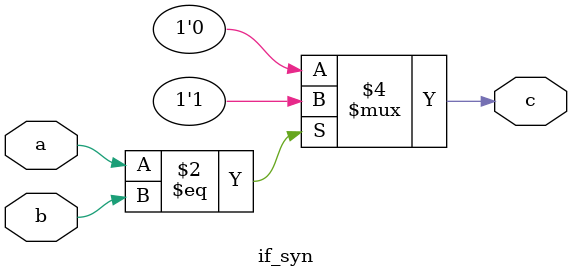
<source format=v>

module if_syn(c, a, b);
output reg c;
input a, b;

always @(a or b)
if (a == b)
c <= 1;
else
c <= 0;
endmodule
</source>
